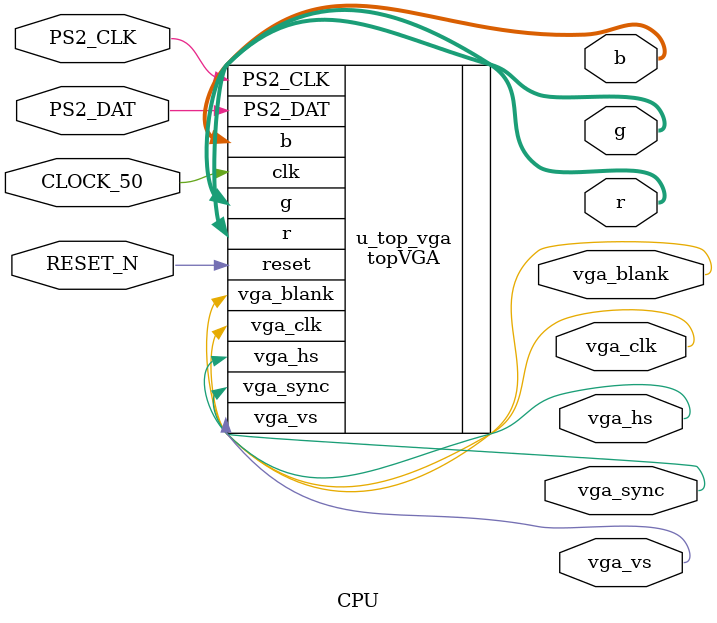
<source format=v>
module CPU (
    input  wire CLOCK_50,   
    input  wire RESET_N,    

    // PS/2 
    input  wire PS2_CLK,
    input  wire PS2_DAT,

    // VGA
    output wire [3:0] r,
    output wire [3:0] g,
    output wire [3:0] b,
    output wire       vga_hs,
    output wire       vga_vs,
    output wire       vga_blank,
    output wire       vga_sync,
    output wire       vga_clk
);

    wire reset = ~RESET_N;

    // =====================================
    // CPU 
    // =====================================
//    CPU_Control u_cpu_ctrl (
//        .clk (CLOCK_50),
//        .rst (reset)
//    );

    // =====================================
    // VGA + PS2 
    // =====================================
    topVGA u_top_vga (
        .clk      (CLOCK_50),
        .reset    (!reset),

        .PS2_CLK  (PS2_CLK),
        .PS2_DAT  (PS2_DAT),

        .r        (r),
        .g        (g),
        .b        (b),
        .vga_hs   (vga_hs),
        .vga_vs   (vga_vs),
        .vga_blank(vga_blank),
        .vga_sync (vga_sync),
        .vga_clk  (vga_clk)
    );

endmodule
</source>
